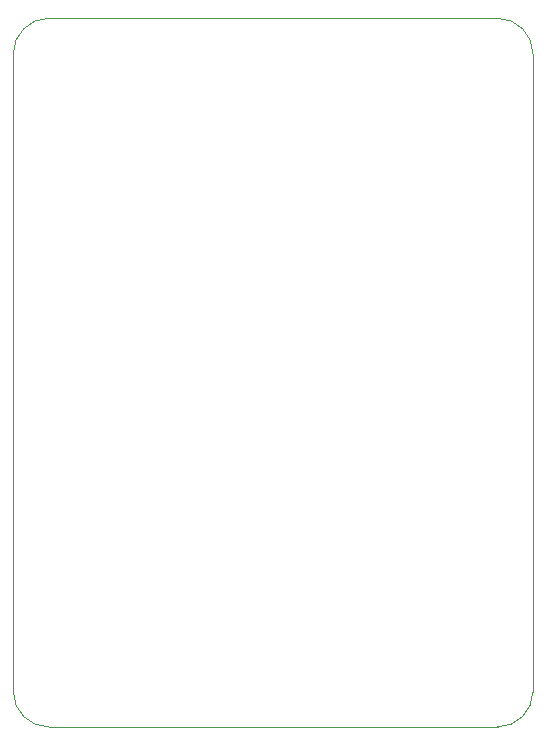
<source format=gbr>
G04 #@! TF.GenerationSoftware,KiCad,Pcbnew,(5.99.0-11678-ga208dac8d8)*
G04 #@! TF.CreationDate,2021-08-12T16:35:18+03:00*
G04 #@! TF.ProjectId,StepperDriverModuleCarrier,53746570-7065-4724-9472-697665724d6f,rev?*
G04 #@! TF.SameCoordinates,Original*
G04 #@! TF.FileFunction,Profile,NP*
%FSLAX46Y46*%
G04 Gerber Fmt 4.6, Leading zero omitted, Abs format (unit mm)*
G04 Created by KiCad (PCBNEW (5.99.0-11678-ga208dac8d8)) date 2021-08-12 16:35:18*
%MOMM*%
%LPD*%
G01*
G04 APERTURE LIST*
G04 #@! TA.AperFunction,Profile*
%ADD10C,0.050000*%
G04 #@! TD*
G04 APERTURE END LIST*
D10*
X141000000Y-50000000D02*
X103000000Y-50000000D01*
X144000000Y-107000000D02*
G75*
G02*
X141000000Y-110000000I-3000000J0D01*
G01*
X103000000Y-50000000D02*
G75*
G03*
X100000000Y-53000000I0J-3000000D01*
G01*
X141000000Y-50000000D02*
G75*
G02*
X144000000Y-53000000I0J-3000000D01*
G01*
X144000000Y-107000000D02*
X144000000Y-53000000D01*
X100000000Y-53000000D02*
X100000000Y-107000000D01*
X103000000Y-110000000D02*
X141000000Y-110000000D01*
X100000000Y-107000000D02*
G75*
G03*
X103000000Y-110000000I3000000J0D01*
G01*
M02*

</source>
